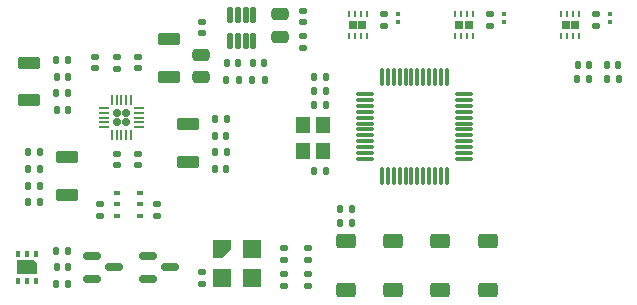
<source format=gbr>
%TF.GenerationSoftware,KiCad,Pcbnew,(7.0.0)*%
%TF.CreationDate,2023-04-07T10:01:57+08:00*%
%TF.ProjectId,Warehouse-on-STM32,57617265-686f-4757-9365-2d6f6e2d5354,rev?*%
%TF.SameCoordinates,Original*%
%TF.FileFunction,Paste,Top*%
%TF.FilePolarity,Positive*%
%FSLAX46Y46*%
G04 Gerber Fmt 4.6, Leading zero omitted, Abs format (unit mm)*
G04 Created by KiCad (PCBNEW (7.0.0)) date 2023-04-07 10:01:57*
%MOMM*%
%LPD*%
G01*
G04 APERTURE LIST*
G04 Aperture macros list*
%AMRoundRect*
0 Rectangle with rounded corners*
0 $1 Rounding radius*
0 $2 $3 $4 $5 $6 $7 $8 $9 X,Y pos of 4 corners*
0 Add a 4 corners polygon primitive as box body*
4,1,4,$2,$3,$4,$5,$6,$7,$8,$9,$2,$3,0*
0 Add four circle primitives for the rounded corners*
1,1,$1+$1,$2,$3*
1,1,$1+$1,$4,$5*
1,1,$1+$1,$6,$7*
1,1,$1+$1,$8,$9*
0 Add four rect primitives between the rounded corners*
20,1,$1+$1,$2,$3,$4,$5,0*
20,1,$1+$1,$4,$5,$6,$7,0*
20,1,$1+$1,$6,$7,$8,$9,0*
20,1,$1+$1,$8,$9,$2,$3,0*%
%AMOutline5P*
0 Free polygon, 5 corners , with rotation*
0 The origin of the aperture is its center*
0 number of corners: always 5*
0 $1 to $10 corner X, Y*
0 $11 Rotation angle, in degrees counterclockwise*
0 create outline with 5 corners*
4,1,5,$1,$2,$3,$4,$5,$6,$7,$8,$9,$10,$1,$2,$11*%
%AMOutline6P*
0 Free polygon, 6 corners , with rotation*
0 The origin of the aperture is its center*
0 number of corners: always 6*
0 $1 to $12 corner X, Y*
0 $13 Rotation angle, in degrees counterclockwise*
0 create outline with 6 corners*
4,1,6,$1,$2,$3,$4,$5,$6,$7,$8,$9,$10,$11,$12,$1,$2,$13*%
%AMOutline7P*
0 Free polygon, 7 corners , with rotation*
0 The origin of the aperture is its center*
0 number of corners: always 7*
0 $1 to $14 corner X, Y*
0 $15 Rotation angle, in degrees counterclockwise*
0 create outline with 7 corners*
4,1,7,$1,$2,$3,$4,$5,$6,$7,$8,$9,$10,$11,$12,$13,$14,$1,$2,$15*%
%AMOutline8P*
0 Free polygon, 8 corners , with rotation*
0 The origin of the aperture is its center*
0 number of corners: always 8*
0 $1 to $16 corner X, Y*
0 $17 Rotation angle, in degrees counterclockwise*
0 create outline with 8 corners*
4,1,8,$1,$2,$3,$4,$5,$6,$7,$8,$9,$10,$11,$12,$13,$14,$15,$16,$1,$2,$17*%
G04 Aperture macros list end*
%ADD10RoundRect,0.140000X-0.140000X-0.170000X0.140000X-0.170000X0.140000X0.170000X-0.140000X0.170000X0*%
%ADD11R,0.650000X0.750000*%
%ADD12R,0.250000X0.500000*%
%ADD13RoundRect,0.075000X-0.662500X-0.075000X0.662500X-0.075000X0.662500X0.075000X-0.662500X0.075000X0*%
%ADD14RoundRect,0.075000X-0.075000X-0.662500X0.075000X-0.662500X0.075000X0.662500X-0.075000X0.662500X0*%
%ADD15RoundRect,0.135000X-0.135000X-0.185000X0.135000X-0.185000X0.135000X0.185000X-0.135000X0.185000X0*%
%ADD16RoundRect,0.140000X-0.170000X0.140000X-0.170000X-0.140000X0.170000X-0.140000X0.170000X0.140000X0*%
%ADD17RoundRect,0.079500X-0.100500X0.079500X-0.100500X-0.079500X0.100500X-0.079500X0.100500X0.079500X0*%
%ADD18RoundRect,0.135000X-0.185000X0.135000X-0.185000X-0.135000X0.185000X-0.135000X0.185000X0.135000X0*%
%ADD19RoundRect,0.147500X-0.172500X0.147500X-0.172500X-0.147500X0.172500X-0.147500X0.172500X0.147500X0*%
%ADD20RoundRect,0.250000X0.475000X-0.250000X0.475000X0.250000X-0.475000X0.250000X-0.475000X-0.250000X0*%
%ADD21RoundRect,0.140000X0.140000X0.170000X-0.140000X0.170000X-0.140000X-0.170000X0.140000X-0.170000X0*%
%ADD22RoundRect,0.312500X0.537500X-0.312500X0.537500X0.312500X-0.537500X0.312500X-0.537500X-0.312500X0*%
%ADD23Outline5P,-0.750000X0.075000X-0.075000X0.750000X0.750000X0.750000X0.750000X-0.750000X-0.750000X-0.750000X180.000000*%
%ADD24R,1.500000X1.500000*%
%ADD25RoundRect,0.167500X-0.167500X-0.167500X0.167500X-0.167500X0.167500X0.167500X-0.167500X0.167500X0*%
%ADD26RoundRect,0.050000X-0.375000X-0.050000X0.375000X-0.050000X0.375000X0.050000X-0.375000X0.050000X0*%
%ADD27RoundRect,0.050000X-0.050000X-0.375000X0.050000X-0.375000X0.050000X0.375000X-0.050000X0.375000X0*%
%ADD28RoundRect,0.125000X-0.125000X0.537500X-0.125000X-0.537500X0.125000X-0.537500X0.125000X0.537500X0*%
%ADD29RoundRect,0.150000X-0.587500X-0.150000X0.587500X-0.150000X0.587500X0.150000X-0.587500X0.150000X0*%
%ADD30RoundRect,0.250000X-0.700000X0.275000X-0.700000X-0.275000X0.700000X-0.275000X0.700000X0.275000X0*%
%ADD31RoundRect,0.135000X0.135000X0.185000X-0.135000X0.185000X-0.135000X-0.185000X0.135000X-0.185000X0*%
%ADD32RoundRect,0.140000X0.170000X-0.140000X0.170000X0.140000X-0.170000X0.140000X-0.170000X-0.140000X0*%
%ADD33R,0.400000X0.550000*%
%ADD34Outline5P,-0.625000X0.550000X-0.325000X0.850000X0.625000X0.850000X0.625000X-0.850000X-0.625000X-0.850000X270.000000*%
%ADD35R,1.200000X1.400000*%
%ADD36RoundRect,0.135000X0.185000X-0.135000X0.185000X0.135000X-0.185000X0.135000X-0.185000X-0.135000X0*%
%ADD37RoundRect,0.250000X0.700000X-0.275000X0.700000X0.275000X-0.700000X0.275000X-0.700000X-0.275000X0*%
%ADD38RoundRect,0.250000X-0.475000X0.250000X-0.475000X-0.250000X0.475000X-0.250000X0.475000X0.250000X0*%
%ADD39R,0.550000X0.400000*%
G04 APERTURE END LIST*
D10*
%TO.C,C8*%
X117920000Y-123400000D03*
X118880000Y-123400000D03*
%TD*%
D11*
%TO.C,U5*%
X139399999Y-111199999D03*
X138599999Y-111199999D03*
D12*
X139749999Y-110249999D03*
X139249999Y-110249999D03*
X138749999Y-110249999D03*
X138249999Y-110249999D03*
X138249999Y-112149999D03*
X138749999Y-112149999D03*
X139249999Y-112149999D03*
X139749999Y-112149999D03*
%TD*%
D13*
%TO.C,U1*%
X130637500Y-117050000D03*
X130637500Y-117550000D03*
X130637500Y-118050000D03*
X130637500Y-118550000D03*
X130637500Y-119050000D03*
X130637500Y-119550000D03*
X130637500Y-120050000D03*
X130637500Y-120550000D03*
X130637500Y-121050000D03*
X130637500Y-121550000D03*
X130637500Y-122050000D03*
X130637500Y-122550000D03*
D14*
X132050000Y-123962500D03*
X132550000Y-123962500D03*
X133050000Y-123962500D03*
X133550000Y-123962500D03*
X134050000Y-123962500D03*
X134550000Y-123962500D03*
X135050000Y-123962500D03*
X135550000Y-123962500D03*
X136050000Y-123962500D03*
X136550000Y-123962500D03*
X137050000Y-123962500D03*
X137550000Y-123962500D03*
D13*
X138962500Y-122550000D03*
X138962500Y-122050000D03*
X138962500Y-121550000D03*
X138962500Y-121050000D03*
X138962500Y-120550000D03*
X138962500Y-120050000D03*
X138962500Y-119550000D03*
X138962500Y-119050000D03*
X138962500Y-118550000D03*
X138962500Y-118050000D03*
X138962500Y-117550000D03*
X138962500Y-117050000D03*
D14*
X137550000Y-115637500D03*
X137050000Y-115637500D03*
X136550000Y-115637500D03*
X136050000Y-115637500D03*
X135550000Y-115637500D03*
X135050000Y-115637500D03*
X134550000Y-115637500D03*
X134050000Y-115637500D03*
X133550000Y-115637500D03*
X133050000Y-115637500D03*
X132550000Y-115637500D03*
X132050000Y-115637500D03*
%TD*%
D15*
%TO.C,R7*%
X117890000Y-119200000D03*
X118910000Y-119200000D03*
%TD*%
D16*
%TO.C,C19*%
X125400000Y-109982500D03*
X125400000Y-110942500D03*
%TD*%
D17*
%TO.C,C26*%
X151400000Y-110255000D03*
X151400000Y-110945000D03*
%TD*%
D18*
%TO.C,R16*%
X108200000Y-126390000D03*
X108200000Y-127410000D03*
%TD*%
D19*
%TO.C,D1*%
X123800000Y-132315000D03*
X123800000Y-133285000D03*
%TD*%
D10*
%TO.C,C30*%
X104520000Y-131728500D03*
X105480000Y-131728500D03*
%TD*%
D20*
%TO.C,C23*%
X116775000Y-115612500D03*
X116775000Y-113712500D03*
%TD*%
D21*
%TO.C,C2*%
X152080000Y-114600000D03*
X151120000Y-114600000D03*
%TD*%
D22*
%TO.C,SW4*%
X129000000Y-133675000D03*
X129000000Y-129525000D03*
%TD*%
D15*
%TO.C,R11*%
X104490000Y-114200000D03*
X105510000Y-114200000D03*
%TD*%
D23*
%TO.C,U9*%
X118549999Y-130149999D03*
D24*
X118549999Y-132649999D03*
X121049999Y-132649999D03*
X121049999Y-130149999D03*
%TD*%
D25*
%TO.C,U2*%
X109590000Y-118640000D03*
X109590000Y-119460000D03*
X110410000Y-118640000D03*
X110410000Y-119460000D03*
D26*
X108550000Y-118250000D03*
X108550000Y-118650000D03*
X108550000Y-119050000D03*
X108550000Y-119450000D03*
X108550000Y-119850000D03*
D27*
X109200000Y-120500000D03*
X109600000Y-120500000D03*
X110000000Y-120500000D03*
X110400000Y-120500000D03*
X110800000Y-120500000D03*
D26*
X111450000Y-119850000D03*
X111450000Y-119450000D03*
X111450000Y-119050000D03*
X111450000Y-118650000D03*
X111450000Y-118250000D03*
D27*
X110800000Y-117600000D03*
X110400000Y-117600000D03*
X110000000Y-117600000D03*
X109600000Y-117600000D03*
X109200000Y-117600000D03*
%TD*%
D21*
%TO.C,C3*%
X129480000Y-126800000D03*
X128520000Y-126800000D03*
%TD*%
%TO.C,C4*%
X127280000Y-116800000D03*
X126320000Y-116800000D03*
%TD*%
D28*
%TO.C,U3*%
X121175000Y-110325000D03*
X120525000Y-110325000D03*
X119875000Y-110325000D03*
X119225000Y-110325000D03*
X119225000Y-112600000D03*
X119875000Y-112600000D03*
X120525000Y-112600000D03*
X121175000Y-112600000D03*
%TD*%
D19*
%TO.C,D2*%
X125800000Y-132315000D03*
X125800000Y-133285000D03*
%TD*%
D29*
%TO.C,Q2*%
X112262500Y-130778500D03*
X112262500Y-132678500D03*
X114137500Y-131728500D03*
%TD*%
D16*
%TO.C,C16*%
X109600000Y-122120000D03*
X109600000Y-123080000D03*
%TD*%
D30*
%TO.C,L4*%
X114000000Y-112425000D03*
X114000000Y-115575000D03*
%TD*%
D10*
%TO.C,C20*%
X118920000Y-114462500D03*
X119880000Y-114462500D03*
%TD*%
D29*
%TO.C,Q1*%
X107462500Y-130778500D03*
X107462500Y-132678500D03*
X109337500Y-131728500D03*
%TD*%
D31*
%TO.C,R1*%
X149600000Y-115800000D03*
X148580000Y-115800000D03*
%TD*%
%TO.C,R9*%
X103110000Y-122000000D03*
X102090000Y-122000000D03*
%TD*%
D32*
%TO.C,C15*%
X111400000Y-114880000D03*
X111400000Y-113920000D03*
%TD*%
D18*
%TO.C,R17*%
X113000000Y-126390000D03*
X113000000Y-127410000D03*
%TD*%
D33*
%TO.C,U8*%
X102799999Y-130578499D03*
X101999999Y-130578499D03*
X101199999Y-130578499D03*
X101199999Y-132878499D03*
X101999999Y-132878499D03*
X102799999Y-132878499D03*
D34*
X101999999Y-131728499D03*
%TD*%
D15*
%TO.C,R20*%
X104490000Y-133128500D03*
X105510000Y-133128500D03*
%TD*%
D22*
%TO.C,SW2*%
X137000000Y-133675000D03*
X137000000Y-129525000D03*
%TD*%
D32*
%TO.C,C18*%
X107800000Y-114880000D03*
X107800000Y-113920000D03*
%TD*%
D22*
%TO.C,SW3*%
X133000000Y-133675000D03*
X133000000Y-129525000D03*
%TD*%
D15*
%TO.C,R6*%
X117890000Y-122000000D03*
X118910000Y-122000000D03*
%TD*%
D16*
%TO.C,C28*%
X141200000Y-110320000D03*
X141200000Y-111280000D03*
%TD*%
D32*
%TO.C,C21*%
X116800000Y-111880000D03*
X116800000Y-110920000D03*
%TD*%
D16*
%TO.C,C29*%
X150200000Y-110320000D03*
X150200000Y-111280000D03*
%TD*%
D31*
%TO.C,R14*%
X122110000Y-115862500D03*
X121090000Y-115862500D03*
%TD*%
D21*
%TO.C,C7*%
X127280000Y-123600000D03*
X126320000Y-123600000D03*
%TD*%
D18*
%TO.C,R13*%
X125400000Y-112152500D03*
X125400000Y-113172500D03*
%TD*%
D21*
%TO.C,C6*%
X127280000Y-115600000D03*
X126320000Y-115600000D03*
%TD*%
D18*
%TO.C,R19*%
X116800000Y-132090000D03*
X116800000Y-133110000D03*
%TD*%
D21*
%TO.C,C5*%
X127280000Y-118000000D03*
X126320000Y-118000000D03*
%TD*%
%TO.C,C12*%
X103080000Y-123400000D03*
X102120000Y-123400000D03*
%TD*%
D31*
%TO.C,R15*%
X119910000Y-115862500D03*
X118890000Y-115862500D03*
%TD*%
D22*
%TO.C,SW1*%
X141000000Y-133675000D03*
X141000000Y-129525000D03*
%TD*%
D35*
%TO.C,Y1*%
X125349999Y-119699999D03*
X125349999Y-121899999D03*
X127049999Y-121899999D03*
X127049999Y-119699999D03*
%TD*%
D36*
%TO.C,R4*%
X125800000Y-131110000D03*
X125800000Y-130090000D03*
%TD*%
D10*
%TO.C,C13*%
X104520000Y-115600000D03*
X105480000Y-115600000D03*
%TD*%
D16*
%TO.C,C27*%
X132200000Y-110320000D03*
X132200000Y-111280000D03*
%TD*%
D36*
%TO.C,R3*%
X123800000Y-131110000D03*
X123800000Y-130090000D03*
%TD*%
D15*
%TO.C,R5*%
X128490000Y-127952000D03*
X129510000Y-127952000D03*
%TD*%
D37*
%TO.C,L1*%
X115600000Y-122775000D03*
X115600000Y-119625000D03*
%TD*%
D11*
%TO.C,U4*%
X130399999Y-111199999D03*
X129599999Y-111199999D03*
D12*
X130749999Y-110249999D03*
X130249999Y-110249999D03*
X129749999Y-110249999D03*
X129249999Y-110249999D03*
X129249999Y-112149999D03*
X129749999Y-112149999D03*
X130249999Y-112149999D03*
X130749999Y-112149999D03*
%TD*%
D15*
%TO.C,R18*%
X104490000Y-130328500D03*
X105510000Y-130328500D03*
%TD*%
D11*
%TO.C,U6*%
X148399999Y-111199999D03*
X147599999Y-111199999D03*
D12*
X148749999Y-110249999D03*
X148249999Y-110249999D03*
X147749999Y-110249999D03*
X147249999Y-110249999D03*
X147249999Y-112149999D03*
X147749999Y-112149999D03*
X148249999Y-112149999D03*
X148749999Y-112149999D03*
%TD*%
D21*
%TO.C,C22*%
X122080000Y-114462500D03*
X121120000Y-114462500D03*
%TD*%
D37*
%TO.C,L2*%
X105400000Y-125575000D03*
X105400000Y-122425000D03*
%TD*%
D10*
%TO.C,C10*%
X104520000Y-118400000D03*
X105480000Y-118400000D03*
%TD*%
D21*
%TO.C,C1*%
X149570000Y-114600000D03*
X148610000Y-114600000D03*
%TD*%
D17*
%TO.C,C24*%
X133400000Y-110255000D03*
X133400000Y-110945000D03*
%TD*%
D21*
%TO.C,C9*%
X103080000Y-126200000D03*
X102120000Y-126200000D03*
%TD*%
D38*
%TO.C,C17*%
X123400000Y-110312500D03*
X123400000Y-112212500D03*
%TD*%
D31*
%TO.C,R2*%
X152110000Y-115800000D03*
X151090000Y-115800000D03*
%TD*%
%TO.C,R8*%
X103110000Y-124800000D03*
X102090000Y-124800000D03*
%TD*%
D10*
%TO.C,C11*%
X117920000Y-120600000D03*
X118880000Y-120600000D03*
%TD*%
D17*
%TO.C,C25*%
X142400000Y-110255000D03*
X142400000Y-110945000D03*
%TD*%
D16*
%TO.C,C14*%
X111400000Y-122120000D03*
X111400000Y-123080000D03*
%TD*%
D15*
%TO.C,R10*%
X104490000Y-117000000D03*
X105510000Y-117000000D03*
%TD*%
D18*
%TO.C,R12*%
X109600000Y-113890000D03*
X109600000Y-114910000D03*
%TD*%
D39*
%TO.C,U7*%
X109599999Y-125399999D03*
X109599999Y-126399999D03*
X109599999Y-127399999D03*
X111599999Y-127399999D03*
X111599999Y-126399999D03*
X111599999Y-125399999D03*
%TD*%
D37*
%TO.C,L3*%
X102200000Y-117575000D03*
X102200000Y-114425000D03*
%TD*%
M02*

</source>
